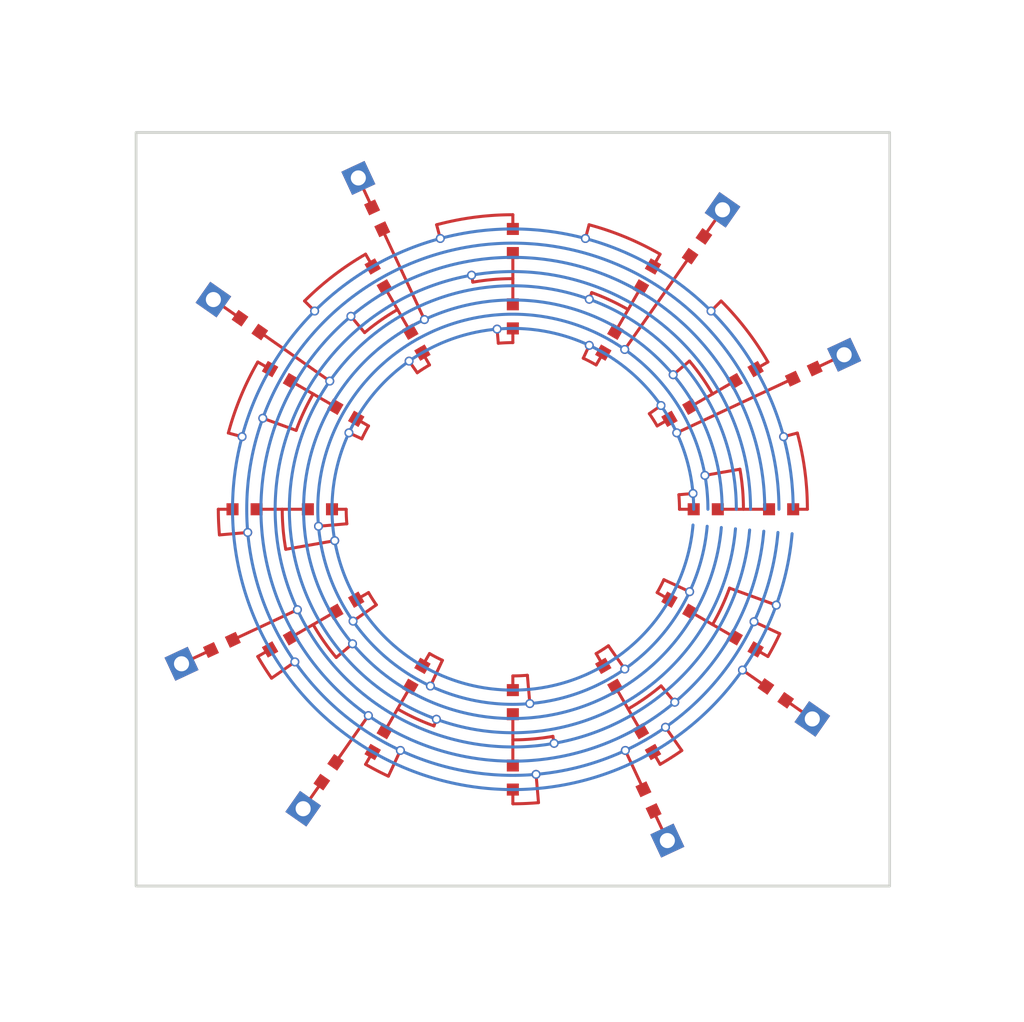
<source format=kicad_pcb>
(kicad_pcb (version 4) (host pcbnew 4.0.7-e2-6376~58~ubuntu16.04.1)

  (general
    (links 0)
    (no_connects 0)
    (area 150 100 180 100)
    (thickness 1.6)
    (drawings 2)
    (tracks 0)
    (zones 0)
    (modules 0)
    (nets 1)
  )

  (page A4)
  (layers
    (0 F.Cu signal)
    (31 B.Cu signal)
    (32 B.Adhes user)
    (33 F.Adhes user)
    (34 B.Paste user)
    (35 F.Paste user)
    (36 B.SilkS user)
    (37 F.SilkS user)
    (38 B.Mask user)
    (39 F.Mask user)
    (40 Dwgs.User user)
    (41 Cmts.User user)
    (42 Eco1.User user)
    (43 Eco2.User user)
    (44 Edge.Cuts user)
    (45 Margin user)
    (46 B.CrtYd user)
    (47 F.CrtYd user)
    (48 B.Fab user)
    (49 F.Fab user)
  )

  (setup
    (last_trace_width 0.25)
    (trace_clearance 0.2)
    (zone_clearance 0.508)
    (zone_45_only no)
    (trace_min 0.2)
    (segment_width 0.2)
    (edge_width 0.15)
    (via_size 0.6)
    (via_drill 0.4)
    (via_min_size 0.4)
    (via_min_drill 0.3)
    (uvia_size 0.3)
    (uvia_drill 0.1)
    (uvias_allowed no)
    (uvia_min_size 0.2)
    (uvia_min_drill 0.1)
    (pcb_text_width 0.3)
    (pcb_text_size 1.5 1.5)
    (mod_edge_width 0.15)
    (mod_text_size 1 1)
    (mod_text_width 0.15)
    (pad_size 1.524 1.524)
    (pad_drill 0.762)
    (pad_to_mask_clearance 0.2)
    (aux_axis_origin 0 0)
    (visible_elements FFFFFF7F)
    (pcbplotparams
      (layerselection 0x00030_80000001)
      (usegerberextensions false)
      (excludeedgelayer true)
      (linewidth 0.150000)
      (plotframeref false)
      (viasonmask false)
      (mode 1)
      (useauxorigin false)
      (hpglpennumber 1)
      (hpglpenspeed 20)
      (hpglpendiameter 15)
      (hpglpenoverlay 2)
      (psnegative false)
      (psa4output false)
      (plotreference true)
      (plotvalue true)
      (plotinvisibletext false)
      (padsonsilk false)
      (subtractmaskfromsilk false)
      (outputformat 1)
      (mirror false)
      (drillshape 1)
      (scaleselection 1)
      (outputdirectory ""))
  )

  (net 0 "")

  (net_class Default "This is the default net class."
    (clearance 0.2)
    (trace_width 0.25)
    (via_dia 0.6)
    (via_drill 0.4)
    (uvia_dia 0.3)
    (uvia_drill 0.1)
  )

  (gr_line (start    159.000    100.000) (end    180.000    100.000) (angle   0.0) (layer F.Fab) (width 0.05))
  (gr_text " 0 0.0" (at    182.000    100.000   0.0) (layer F.Fab)(effects (font (size 0.5 0.5) (thickness 0.1))) )
  (gr_line (start    158.966     99.216) (end    179.886     97.385) (angle   5.0) (layer F.Fab) (width 0.05))
  (gr_text " 1 5.0" (at    181.878     97.211   5.0) (layer F.Fab)(effects (font (size 0.5 0.5) (thickness 0.1))) )
  (gr_line (start    158.863     98.437) (end    179.544     94.791) (angle  10.0) (layer F.Fab) (width 0.05))
  (gr_text " 2 10.0" (at    181.514     94.443  10.0) (layer F.Fab)(effects (font (size 0.5 0.5) (thickness 0.1))) )
  (gr_line (start    158.693     97.671) (end    178.978     92.235) (angle  15.0) (layer F.Fab) (width 0.05))
  (gr_text " 3 15.0" (at    180.910     91.718  15.0) (layer F.Fab)(effects (font (size 0.5 0.5) (thickness 0.1))) )
  (gr_line (start    158.457     96.922) (end    178.191     89.739) (angle  20.0) (layer F.Fab) (width 0.05))
  (gr_text " 4 20.0" (at    180.070     89.055  20.0) (layer F.Fab)(effects (font (size 0.5 0.5) (thickness 0.1))) )
  (gr_line (start    158.157     96.196) (end    177.189     87.321) (angle  25.0) (layer F.Fab) (width 0.05))
  (gr_text " 5 25.0" (at    179.002     86.476  25.0) (layer F.Fab)(effects (font (size 0.5 0.5) (thickness 0.1))) )
  (gr_line (start    157.794     95.500) (end    175.981     85.000) (angle  30.0) (layer F.Fab) (width 0.05))
  (gr_text " 6 30.0" (at    177.713     84.000  30.0) (layer F.Fab)(effects (font (size 0.5 0.5) (thickness 0.1))) )
  (gr_line (start    157.372     94.838) (end    174.575     82.793) (angle  35.0) (layer F.Fab) (width 0.05))
  (gr_text " 7 35.0" (at    176.213     81.646  35.0) (layer F.Fab)(effects (font (size 0.5 0.5) (thickness 0.1))) )
  (gr_line (start    156.894     94.215) (end    172.981     80.716) (angle  40.0) (layer F.Fab) (width 0.05))
  (gr_text " 8 40.0" (at    174.513     79.431  40.0) (layer F.Fab)(effects (font (size 0.5 0.5) (thickness 0.1))) )
  (gr_line (start    156.364     93.636) (end    171.213     78.787) (angle  45.0) (layer F.Fab) (width 0.05))
  (gr_text " 9 45.0" (at    172.627     77.373  45.0) (layer F.Fab)(effects (font (size 0.5 0.5) (thickness 0.1))) )
  (gr_line (start    155.785     93.106) (end    169.284     77.019) (angle  50.0) (layer F.Fab) (width 0.05))
  (gr_text " 10 50.0" (at    170.569     75.487  50.0) (layer F.Fab)(effects (font (size 0.5 0.5) (thickness 0.1))) )
  (gr_line (start    155.162     92.628) (end    167.207     75.425) (angle  55.0) (layer F.Fab) (width 0.05))
  (gr_text " 11 55.0" (at    168.354     73.787  55.0) (layer F.Fab)(effects (font (size 0.5 0.5) (thickness 0.1))) )
  (gr_line (start    154.500     92.206) (end    165.000     74.019) (angle  60.0) (layer F.Fab) (width 0.05))
  (gr_text " 12 60.0" (at    166.000     72.287  60.0) (layer F.Fab)(effects (font (size 0.5 0.5) (thickness 0.1))) )
  (gr_line (start    153.804     91.843) (end    162.679     72.811) (angle  65.0) (layer F.Fab) (width 0.05))
  (gr_text " 13 65.0" (at    163.524     70.998  65.0) (layer F.Fab)(effects (font (size 0.5 0.5) (thickness 0.1))) )
  (gr_line (start    153.078     91.543) (end    160.261     71.809) (angle  70.0) (layer F.Fab) (width 0.05))
  (gr_text " 14 70.0" (at    160.945     69.930  70.0) (layer F.Fab)(effects (font (size 0.5 0.5) (thickness 0.1))) )
  (gr_line (start    152.329     91.307) (end    157.765     71.022) (angle  75.0) (layer F.Fab) (width 0.05))
  (gr_text " 15 75.0" (at    158.282     69.090  75.0) (layer F.Fab)(effects (font (size 0.5 0.5) (thickness 0.1))) )
  (gr_line (start    151.563     91.137) (end    155.209     70.456) (angle  80.0) (layer F.Fab) (width 0.05))
  (gr_text " 16 80.0" (at    155.557     68.486  80.0) (layer F.Fab)(effects (font (size 0.5 0.5) (thickness 0.1))) )
  (gr_line (start    150.784     91.034) (end    152.615     70.114) (angle  85.0) (layer F.Fab) (width 0.05))
  (gr_text " 17 85.0" (at    152.789     68.122  85.0) (layer F.Fab)(effects (font (size 0.5 0.5) (thickness 0.1))) )
  (gr_line (start    150.000     91.000) (end    150.000     70.000) (angle  90.0) (layer F.Fab) (width 0.05))
  (gr_text " 18 90.0" (at    150.000     68.000  90.0) (layer F.Fab)(effects (font (size 0.5 0.5) (thickness 0.1))) )
  (gr_line (start    149.216     91.034) (end    147.385     70.114) (angle  95.0) (layer F.Fab) (width 0.05))
  (gr_text " 19 95.0" (at    147.211     68.122  95.0) (layer F.Fab)(effects (font (size 0.5 0.5) (thickness 0.1))) )
  (gr_line (start    148.437     91.137) (end    144.791     70.456) (angle 100.0) (layer F.Fab) (width 0.05))
  (gr_text " 20 100.0" (at    144.443     68.486 100.0) (layer F.Fab)(effects (font (size 0.5 0.5) (thickness 0.1))) )
  (gr_line (start    147.671     91.307) (end    142.235     71.022) (angle 105.0) (layer F.Fab) (width 0.05))
  (gr_text " 21 105.0" (at    141.718     69.090 105.0) (layer F.Fab)(effects (font (size 0.5 0.5) (thickness 0.1))) )
  (gr_line (start    146.922     91.543) (end    139.739     71.809) (angle 110.0) (layer F.Fab) (width 0.05))
  (gr_text " 22 110.0" (at    139.055     69.930 110.0) (layer F.Fab)(effects (font (size 0.5 0.5) (thickness 0.1))) )
  (gr_line (start    146.196     91.843) (end    137.321     72.811) (angle 115.0) (layer F.Fab) (width 0.05))
  (gr_text " 23 115.0" (at    136.476     70.998 115.0) (layer F.Fab)(effects (font (size 0.5 0.5) (thickness 0.1))) )
  (gr_line (start    145.500     92.206) (end    135.000     74.019) (angle 120.0) (layer F.Fab) (width 0.05))
  (gr_text " 24 120.0" (at    134.000     72.287 120.0) (layer F.Fab)(effects (font (size 0.5 0.5) (thickness 0.1))) )
  (gr_line (start    144.838     92.628) (end    132.793     75.425) (angle 125.0) (layer F.Fab) (width 0.05))
  (gr_text " 25 125.0" (at    131.646     73.787 125.0) (layer F.Fab)(effects (font (size 0.5 0.5) (thickness 0.1))) )
  (gr_line (start    144.215     93.106) (end    130.716     77.019) (angle 130.0) (layer F.Fab) (width 0.05))
  (gr_text " 26 130.0" (at    129.431     75.487 130.0) (layer F.Fab)(effects (font (size 0.5 0.5) (thickness 0.1))) )
  (gr_line (start    143.636     93.636) (end    128.787     78.787) (angle 135.0) (layer F.Fab) (width 0.05))
  (gr_text " 27 135.0" (at    127.373     77.373 135.0) (layer F.Fab)(effects (font (size 0.5 0.5) (thickness 0.1))) )
  (gr_line (start    143.106     94.215) (end    127.019     80.716) (angle 140.0) (layer F.Fab) (width 0.05))
  (gr_text " 28 140.0" (at    125.487     79.431 140.0) (layer F.Fab)(effects (font (size 0.5 0.5) (thickness 0.1))) )
  (gr_line (start    142.628     94.838) (end    125.425     82.793) (angle 145.0) (layer F.Fab) (width 0.05))
  (gr_text " 29 145.0" (at    123.787     81.646 145.0) (layer F.Fab)(effects (font (size 0.5 0.5) (thickness 0.1))) )
  (gr_line (start    142.206     95.500) (end    124.019     85.000) (angle 150.0) (layer F.Fab) (width 0.05))
  (gr_text " 30 150.0" (at    122.287     84.000 150.0) (layer F.Fab)(effects (font (size 0.5 0.5) (thickness 0.1))) )
  (gr_line (start    141.843     96.196) (end    122.811     87.321) (angle 155.0) (layer F.Fab) (width 0.05))
  (gr_text " 31 155.0" (at    120.998     86.476 155.0) (layer F.Fab)(effects (font (size 0.5 0.5) (thickness 0.1))) )
  (gr_line (start    141.543     96.922) (end    121.809     89.739) (angle 160.0) (layer F.Fab) (width 0.05))
  (gr_text " 32 160.0" (at    119.930     89.055 160.0) (layer F.Fab)(effects (font (size 0.5 0.5) (thickness 0.1))) )
  (gr_line (start    141.307     97.671) (end    121.022     92.235) (angle 165.0) (layer F.Fab) (width 0.05))
  (gr_text " 33 165.0" (at    119.090     91.718 165.0) (layer F.Fab)(effects (font (size 0.5 0.5) (thickness 0.1))) )
  (gr_line (start    141.137     98.437) (end    120.456     94.791) (angle 170.0) (layer F.Fab) (width 0.05))
  (gr_text " 34 170.0" (at    118.486     94.443 170.0) (layer F.Fab)(effects (font (size 0.5 0.5) (thickness 0.1))) )
  (gr_line (start    141.034     99.216) (end    120.114     97.385) (angle 175.0) (layer F.Fab) (width 0.05))
  (gr_text " 35 175.0" (at    118.122     97.211 175.0) (layer F.Fab)(effects (font (size 0.5 0.5) (thickness 0.1))) )
  (gr_line (start    141.000    100.000) (end    120.000    100.000) (angle 180.0) (layer F.Fab) (width 0.05))
  (gr_text " 36 180.0" (at    118.000    100.000 180.0) (layer F.Fab)(effects (font (size 0.5 0.5) (thickness 0.1))) )
  (gr_line (start    141.034    100.784) (end    120.114    102.615) (angle 185.0) (layer F.Fab) (width 0.05))
  (gr_text " 37 185.0" (at    118.122    102.789 185.0) (layer F.Fab)(effects (font (size 0.5 0.5) (thickness 0.1))) )
  (gr_line (start    141.137    101.563) (end    120.456    105.209) (angle 190.0) (layer F.Fab) (width 0.05))
  (gr_text " 38 190.0" (at    118.486    105.557 190.0) (layer F.Fab)(effects (font (size 0.5 0.5) (thickness 0.1))) )
  (gr_line (start    141.307    102.329) (end    121.022    107.765) (angle 195.0) (layer F.Fab) (width 0.05))
  (gr_text " 39 195.0" (at    119.090    108.282 195.0) (layer F.Fab)(effects (font (size 0.5 0.5) (thickness 0.1))) )
  (gr_line (start    141.543    103.078) (end    121.809    110.261) (angle 200.0) (layer F.Fab) (width 0.05))
  (gr_text " 40 200.0" (at    119.930    110.945 200.0) (layer F.Fab)(effects (font (size 0.5 0.5) (thickness 0.1))) )
  (gr_line (start    141.843    103.804) (end    122.811    112.679) (angle 205.0) (layer F.Fab) (width 0.05))
  (gr_text " 41 205.0" (at    120.998    113.524 205.0) (layer F.Fab)(effects (font (size 0.5 0.5) (thickness 0.1))) )
  (gr_line (start    142.206    104.500) (end    124.019    115.000) (angle 210.0) (layer F.Fab) (width 0.05))
  (gr_text " 42 210.0" (at    122.287    116.000 210.0) (layer F.Fab)(effects (font (size 0.5 0.5) (thickness 0.1))) )
  (gr_line (start    142.628    105.162) (end    125.425    117.207) (angle 215.0) (layer F.Fab) (width 0.05))
  (gr_text " 43 215.0" (at    123.787    118.354 215.0) (layer F.Fab)(effects (font (size 0.5 0.5) (thickness 0.1))) )
  (gr_line (start    143.106    105.785) (end    127.019    119.284) (angle 220.0) (layer F.Fab) (width 0.05))
  (gr_text " 44 220.0" (at    125.487    120.569 220.0) (layer F.Fab)(effects (font (size 0.5 0.5) (thickness 0.1))) )
  (gr_line (start    143.636    106.364) (end    128.787    121.213) (angle 225.0) (layer F.Fab) (width 0.05))
  (gr_text " 45 225.0" (at    127.373    122.627 225.0) (layer F.Fab)(effects (font (size 0.5 0.5) (thickness 0.1))) )
  (gr_line (start    144.215    106.894) (end    130.716    122.981) (angle 230.0) (layer F.Fab) (width 0.05))
  (gr_text " 46 230.0" (at    129.431    124.513 230.0) (layer F.Fab)(effects (font (size 0.5 0.5) (thickness 0.1))) )
  (gr_line (start    144.838    107.372) (end    132.793    124.575) (angle 235.0) (layer F.Fab) (width 0.05))
  (gr_text " 47 235.0" (at    131.646    126.213 235.0) (layer F.Fab)(effects (font (size 0.5 0.5) (thickness 0.1))) )
  (gr_line (start    145.500    107.794) (end    135.000    125.981) (angle 240.0) (layer F.Fab) (width 0.05))
  (gr_text " 48 240.0" (at    134.000    127.713 240.0) (layer F.Fab)(effects (font (size 0.5 0.5) (thickness 0.1))) )
  (gr_line (start    146.196    108.157) (end    137.321    127.189) (angle 245.0) (layer F.Fab) (width 0.05))
  (gr_text " 49 245.0" (at    136.476    129.002 245.0) (layer F.Fab)(effects (font (size 0.5 0.5) (thickness 0.1))) )
  (gr_line (start    146.922    108.457) (end    139.739    128.191) (angle 250.0) (layer F.Fab) (width 0.05))
  (gr_text " 50 250.0" (at    139.055    130.070 250.0) (layer F.Fab)(effects (font (size 0.5 0.5) (thickness 0.1))) )
  (gr_line (start    147.671    108.693) (end    142.235    128.978) (angle 255.0) (layer F.Fab) (width 0.05))
  (gr_text " 51 255.0" (at    141.718    130.910 255.0) (layer F.Fab)(effects (font (size 0.5 0.5) (thickness 0.1))) )
  (gr_line (start    148.437    108.863) (end    144.791    129.544) (angle 260.0) (layer F.Fab) (width 0.05))
  (gr_text " 52 260.0" (at    144.443    131.514 260.0) (layer F.Fab)(effects (font (size 0.5 0.5) (thickness 0.1))) )
  (gr_line (start    149.216    108.966) (end    147.385    129.886) (angle 265.0) (layer F.Fab) (width 0.05))
  (gr_text " 53 265.0" (at    147.211    131.878 265.0) (layer F.Fab)(effects (font (size 0.5 0.5) (thickness 0.1))) )
  (gr_line (start    150.000    109.000) (end    150.000    130.000) (angle 270.0) (layer F.Fab) (width 0.05))
  (gr_text " 54 270.0" (at    150.000    132.000 270.0) (layer F.Fab)(effects (font (size 0.5 0.5) (thickness 0.1))) )
  (gr_line (start    150.784    108.966) (end    152.615    129.886) (angle 275.0) (layer F.Fab) (width 0.05))
  (gr_text " 55 275.0" (at    152.789    131.878 275.0) (layer F.Fab)(effects (font (size 0.5 0.5) (thickness 0.1))) )
  (gr_line (start    151.563    108.863) (end    155.209    129.544) (angle 280.0) (layer F.Fab) (width 0.05))
  (gr_text " 56 280.0" (at    155.557    131.514 280.0) (layer F.Fab)(effects (font (size 0.5 0.5) (thickness 0.1))) )
  (gr_line (start    152.329    108.693) (end    157.765    128.978) (angle 285.0) (layer F.Fab) (width 0.05))
  (gr_text " 57 285.0" (at    158.282    130.910 285.0) (layer F.Fab)(effects (font (size 0.5 0.5) (thickness 0.1))) )
  (gr_line (start    153.078    108.457) (end    160.261    128.191) (angle 290.0) (layer F.Fab) (width 0.05))
  (gr_text " 58 290.0" (at    160.945    130.070 290.0) (layer F.Fab)(effects (font (size 0.5 0.5) (thickness 0.1))) )
  (gr_line (start    153.804    108.157) (end    162.679    127.189) (angle 295.0) (layer F.Fab) (width 0.05))
  (gr_text " 59 295.0" (at    163.524    129.002 295.0) (layer F.Fab)(effects (font (size 0.5 0.5) (thickness 0.1))) )
  (gr_line (start    154.500    107.794) (end    165.000    125.981) (angle 300.0) (layer F.Fab) (width 0.05))
  (gr_text " 60 300.0" (at    166.000    127.713 300.0) (layer F.Fab)(effects (font (size 0.5 0.5) (thickness 0.1))) )
  (gr_line (start    155.162    107.372) (end    167.207    124.575) (angle 305.0) (layer F.Fab) (width 0.05))
  (gr_text " 61 305.0" (at    168.354    126.213 305.0) (layer F.Fab)(effects (font (size 0.5 0.5) (thickness 0.1))) )
  (gr_line (start    155.785    106.894) (end    169.284    122.981) (angle 310.0) (layer F.Fab) (width 0.05))
  (gr_text " 62 310.0" (at    170.569    124.513 310.0) (layer F.Fab)(effects (font (size 0.5 0.5) (thickness 0.1))) )
  (gr_line (start    156.364    106.364) (end    171.213    121.213) (angle 315.0) (layer F.Fab) (width 0.05))
  (gr_text " 63 315.0" (at    172.627    122.627 315.0) (layer F.Fab)(effects (font (size 0.5 0.5) (thickness 0.1))) )
  (gr_line (start    156.894    105.785) (end    172.981    119.284) (angle 320.0) (layer F.Fab) (width 0.05))
  (gr_text " 64 320.0" (at    174.513    120.569 320.0) (layer F.Fab)(effects (font (size 0.5 0.5) (thickness 0.1))) )
  (gr_line (start    157.372    105.162) (end    174.575    117.207) (angle 325.0) (layer F.Fab) (width 0.05))
  (gr_text " 65 325.0" (at    176.213    118.354 325.0) (layer F.Fab)(effects (font (size 0.5 0.5) (thickness 0.1))) )
  (gr_line (start    157.794    104.500) (end    175.981    115.000) (angle 330.0) (layer F.Fab) (width 0.05))
  (gr_text " 66 330.0" (at    177.713    116.000 330.0) (layer F.Fab)(effects (font (size 0.5 0.5) (thickness 0.1))) )
  (gr_line (start    158.157    103.804) (end    177.189    112.679) (angle 335.0) (layer F.Fab) (width 0.05))
  (gr_text " 67 335.0" (at    179.002    113.524 335.0) (layer F.Fab)(effects (font (size 0.5 0.5) (thickness 0.1))) )
  (gr_line (start    158.457    103.078) (end    178.191    110.261) (angle 340.0) (layer F.Fab) (width 0.05))
  (gr_text " 68 340.0" (at    180.070    110.945 340.0) (layer F.Fab)(effects (font (size 0.5 0.5) (thickness 0.1))) )
  (gr_line (start    158.693    102.329) (end    178.978    107.765) (angle 345.0) (layer F.Fab) (width 0.05))
  (gr_text " 69 345.0" (at    180.910    108.282 345.0) (layer F.Fab)(effects (font (size 0.5 0.5) (thickness 0.1))) )
  (gr_line (start    158.863    101.563) (end    179.544    105.209) (angle 350.0) (layer F.Fab) (width 0.05))
  (gr_text " 70 350.0" (at    181.514    105.557 350.0) (layer F.Fab)(effects (font (size 0.5 0.5) (thickness 0.1))) )
  (gr_line (start    158.966    100.784) (end    179.886    102.615) (angle 355.0) (layer F.Fab) (width 0.05))
  (gr_text " 71 355.0" (at    181.878    102.789 355.0) (layer F.Fab)(effects (font (size 0.5 0.5) (thickness 0.1))) )
  (gr_arc (start 150 100) (end    169.543    100.000) (angle 360) (layer F.Fab) (width 0.05))
  (gr_arc (start 150 100) (end    161.057    100.000) (angle 360) (layer F.Fab) (width 0.05))
  (module hour:hand (layer F.Cu) (tedit 57FE93A5) (tstamp 5AA34834) 
    (at 150 100   0.0)
    (fp_text reference 0 (at     12.000 1 0.0) (layer F.Fab)(effects (font (size 0.5 0.5) (thickness 0.05))))
    (fp_text value     1 (at     13.600 1 0.0) (layer F.Fab)(effects (font (size 0.5 0.5) (thickness 0.05))))
    (descr "0603")
    (attr smd)
    (fp_line (start -0.5 0) (end 0.5 0) (layer F.CrtYd) (width 0.01))
    (fp_line (start 0 -0.5) (end 0 0.5) (layer F.CrtYd) (width 0.01))
    (pad 1 smd rect (at  12.0 0   0.0) (size 0.8 0.8) (layers F.Cu F.Paste F.Mask))
    (pad 2 smd rect (at  13.6 0   0.0) (size 0.8 0.8) (layers F.Cu F.Paste F.Mask))
  )
  (module minute:hand (layer F.Cu) (tedit 57FE93A5) (tstamp 5AA34834) 
    (at 150 100   0.0)
    (fp_text reference 1 (at     17.000 1 0.0) (layer F.Fab)(effects (font (size 0.5 0.5) (thickness 0.05))))
    (fp_text value     7 (at     18.600 1 0.0) (layer F.Fab)(effects (font (size 0.5 0.5) (thickness 0.05))))
    (descr "0603")
    (attr smd)
    (fp_line (start -0.5 0) (end 0.5 0) (layer F.CrtYd) (width 0.01))
    (fp_line (start 0 -0.5) (end 0 0.5) (layer F.CrtYd) (width 0.01))
    (pad 1 smd rect (at  17.0 0   0.0) (size 0.8 0.8) (layers F.Cu F.Paste F.Mask))
    (pad 2 smd rect (at  18.6 0   0.0) (size 0.8 0.8) (layers F.Cu F.Paste F.Mask))
  )
  (module hour:hand (layer F.Cu) (tedit 57FE93A5) (tstamp 5AA34834) 
    (at 150 100  30.0)
    (fp_text reference 0 (at     12.000 1 30.0) (layer F.Fab)(effects (font (size 0.5 0.5) (thickness 0.05))))
    (fp_text value     2 (at     13.600 1 30.0) (layer F.Fab)(effects (font (size 0.5 0.5) (thickness 0.05))))
    (descr "0603")
    (attr smd)
    (fp_line (start -0.5 0) (end 0.5 0) (layer F.CrtYd) (width 0.01))
    (fp_line (start 0 -0.5) (end 0 0.5) (layer F.CrtYd) (width 0.01))
    (pad 1 smd rect (at  12.0 0  30.0) (size 0.8 0.8) (layers F.Cu F.Paste F.Mask))
    (pad 2 smd rect (at  13.6 0  30.0) (size 0.8 0.8) (layers F.Cu F.Paste F.Mask))
  )
  (module minute:hand (layer F.Cu) (tedit 57FE93A5) (tstamp 5AA34834) 
    (at 150 100  30.0)
    (fp_text reference 2 (at     17.000 1 30.0) (layer F.Fab)(effects (font (size 0.5 0.5) (thickness 0.05))))
    (fp_text value     7 (at     18.600 1 30.0) (layer F.Fab)(effects (font (size 0.5 0.5) (thickness 0.05))))
    (descr "0603")
    (attr smd)
    (fp_line (start -0.5 0) (end 0.5 0) (layer F.CrtYd) (width 0.01))
    (fp_line (start 0 -0.5) (end 0 0.5) (layer F.CrtYd) (width 0.01))
    (pad 1 smd rect (at  17.0 0  30.0) (size 0.8 0.8) (layers F.Cu F.Paste F.Mask))
    (pad 2 smd rect (at  18.6 0  30.0) (size 0.8 0.8) (layers F.Cu F.Paste F.Mask))
  )
  (module hour:hand (layer F.Cu) (tedit 57FE93A5) (tstamp 5AA34834) 
    (at 150 100  60.0)
    (fp_text reference 0 (at     12.000 1 60.0) (layer F.Fab)(effects (font (size 0.5 0.5) (thickness 0.05))))
    (fp_text value     3 (at     13.600 1 60.0) (layer F.Fab)(effects (font (size 0.5 0.5) (thickness 0.05))))
    (descr "0603")
    (attr smd)
    (fp_line (start -0.5 0) (end 0.5 0) (layer F.CrtYd) (width 0.01))
    (fp_line (start 0 -0.5) (end 0 0.5) (layer F.CrtYd) (width 0.01))
    (pad 1 smd rect (at  12.0 0  60.0) (size 0.8 0.8) (layers F.Cu F.Paste F.Mask))
    (pad 2 smd rect (at  13.6 0  60.0) (size 0.8 0.8) (layers F.Cu F.Paste F.Mask))
  )
  (module minute:hand (layer F.Cu) (tedit 57FE93A5) (tstamp 5AA34834) 
    (at 150 100  60.0)
    (fp_text reference 3 (at     17.000 1 60.0) (layer F.Fab)(effects (font (size 0.5 0.5) (thickness 0.05))))
    (fp_text value     7 (at     18.600 1 60.0) (layer F.Fab)(effects (font (size 0.5 0.5) (thickness 0.05))))
    (descr "0603")
    (attr smd)
    (fp_line (start -0.5 0) (end 0.5 0) (layer F.CrtYd) (width 0.01))
    (fp_line (start 0 -0.5) (end 0 0.5) (layer F.CrtYd) (width 0.01))
    (pad 1 smd rect (at  17.0 0  60.0) (size 0.8 0.8) (layers F.Cu F.Paste F.Mask))
    (pad 2 smd rect (at  18.6 0  60.0) (size 0.8 0.8) (layers F.Cu F.Paste F.Mask))
  )
  (module hour:hand (layer F.Cu) (tedit 57FE93A5) (tstamp 5AA34834) 
    (at 150 100  90.0)
    (fp_text reference 0 (at     12.000 1 90.0) (layer F.Fab)(effects (font (size 0.5 0.5) (thickness 0.05))))
    (fp_text value     4 (at     13.600 1 90.0) (layer F.Fab)(effects (font (size 0.5 0.5) (thickness 0.05))))
    (descr "0603")
    (attr smd)
    (fp_line (start -0.5 0) (end 0.5 0) (layer F.CrtYd) (width 0.01))
    (fp_line (start 0 -0.5) (end 0 0.5) (layer F.CrtYd) (width 0.01))
    (pad 1 smd rect (at  12.0 0  90.0) (size 0.8 0.8) (layers F.Cu F.Paste F.Mask))
    (pad 2 smd rect (at  13.6 0  90.0) (size 0.8 0.8) (layers F.Cu F.Paste F.Mask))
  )
  (module minute:hand (layer F.Cu) (tedit 57FE93A5) (tstamp 5AA34834) 
    (at 150 100  90.0)
    (fp_text reference 4 (at     17.000 1 90.0) (layer F.Fab)(effects (font (size 0.5 0.5) (thickness 0.05))))
    (fp_text value     7 (at     18.600 1 90.0) (layer F.Fab)(effects (font (size 0.5 0.5) (thickness 0.05))))
    (descr "0603")
    (attr smd)
    (fp_line (start -0.5 0) (end 0.5 0) (layer F.CrtYd) (width 0.01))
    (fp_line (start 0 -0.5) (end 0 0.5) (layer F.CrtYd) (width 0.01))
    (pad 1 smd rect (at  17.0 0  90.0) (size 0.8 0.8) (layers F.Cu F.Paste F.Mask))
    (pad 2 smd rect (at  18.6 0  90.0) (size 0.8 0.8) (layers F.Cu F.Paste F.Mask))
  )
  (module hour:hand (layer F.Cu) (tedit 57FE93A5) (tstamp 5AA34834) 
    (at 150 100 120.0)
    (fp_text reference 0 (at     12.000 1 120.0) (layer F.Fab)(effects (font (size 0.5 0.5) (thickness 0.05))))
    (fp_text value     5 (at     13.600 1 120.0) (layer F.Fab)(effects (font (size 0.5 0.5) (thickness 0.05))))
    (descr "0603")
    (attr smd)
    (fp_line (start -0.5 0) (end 0.5 0) (layer F.CrtYd) (width 0.01))
    (fp_line (start 0 -0.5) (end 0 0.5) (layer F.CrtYd) (width 0.01))
    (pad 1 smd rect (at  12.0 0 120.0) (size 0.8 0.8) (layers F.Cu F.Paste F.Mask))
    (pad 2 smd rect (at  13.6 0 120.0) (size 0.8 0.8) (layers F.Cu F.Paste F.Mask))
  )
  (module minute:hand (layer F.Cu) (tedit 57FE93A5) (tstamp 5AA34834) 
    (at 150 100 120.0)
    (fp_text reference 5 (at     17.000 1 120.0) (layer F.Fab)(effects (font (size 0.5 0.5) (thickness 0.05))))
    (fp_text value     7 (at     18.600 1 120.0) (layer F.Fab)(effects (font (size 0.5 0.5) (thickness 0.05))))
    (descr "0603")
    (attr smd)
    (fp_line (start -0.5 0) (end 0.5 0) (layer F.CrtYd) (width 0.01))
    (fp_line (start 0 -0.5) (end 0 0.5) (layer F.CrtYd) (width 0.01))
    (pad 1 smd rect (at  17.0 0 120.0) (size 0.8 0.8) (layers F.Cu F.Paste F.Mask))
    (pad 2 smd rect (at  18.6 0 120.0) (size 0.8 0.8) (layers F.Cu F.Paste F.Mask))
  )
  (module hour:hand (layer F.Cu) (tedit 57FE93A5) (tstamp 5AA34834) 
    (at 150 100 150.0)
    (fp_text reference 0 (at     12.000 1 150.0) (layer F.Fab)(effects (font (size 0.5 0.5) (thickness 0.05))))
    (fp_text value     6 (at     13.600 1 150.0) (layer F.Fab)(effects (font (size 0.5 0.5) (thickness 0.05))))
    (descr "0603")
    (attr smd)
    (fp_line (start -0.5 0) (end 0.5 0) (layer F.CrtYd) (width 0.01))
    (fp_line (start 0 -0.5) (end 0 0.5) (layer F.CrtYd) (width 0.01))
    (pad 1 smd rect (at  12.0 0 150.0) (size 0.8 0.8) (layers F.Cu F.Paste F.Mask))
    (pad 2 smd rect (at  13.6 0 150.0) (size 0.8 0.8) (layers F.Cu F.Paste F.Mask))
  )
  (module minute:hand (layer F.Cu) (tedit 57FE93A5) (tstamp 5AA34834) 
    (at 150 100 150.0)
    (fp_text reference 6 (at     17.000 1 150.0) (layer F.Fab)(effects (font (size 0.5 0.5) (thickness 0.05))))
    (fp_text value     7 (at     18.600 1 150.0) (layer F.Fab)(effects (font (size 0.5 0.5) (thickness 0.05))))
    (descr "0603")
    (attr smd)
    (fp_line (start -0.5 0) (end 0.5 0) (layer F.CrtYd) (width 0.01))
    (fp_line (start 0 -0.5) (end 0 0.5) (layer F.CrtYd) (width 0.01))
    (pad 1 smd rect (at  17.0 0 150.0) (size 0.8 0.8) (layers F.Cu F.Paste F.Mask))
    (pad 2 smd rect (at  18.6 0 150.0) (size 0.8 0.8) (layers F.Cu F.Paste F.Mask))
  )
  (module hour:hand (layer F.Cu) (tedit 57FE93A5) (tstamp 5AA34834) 
    (at 150 100 180.0)
    (fp_text reference 1 (at     12.000 1 180.0) (layer F.Fab)(effects (font (size 0.5 0.5) (thickness 0.05))))
    (fp_text value     0 (at     13.600 1 180.0) (layer F.Fab)(effects (font (size 0.5 0.5) (thickness 0.05))))
    (descr "0603")
    (attr smd)
    (fp_line (start -0.5 0) (end 0.5 0) (layer F.CrtYd) (width 0.01))
    (fp_line (start 0 -0.5) (end 0 0.5) (layer F.CrtYd) (width 0.01))
    (pad 1 smd rect (at  12.0 0 180.0) (size 0.8 0.8) (layers F.Cu F.Paste F.Mask))
    (pad 2 smd rect (at  13.6 0 180.0) (size 0.8 0.8) (layers F.Cu F.Paste F.Mask))
  )
  (module minute:hand (layer F.Cu) (tedit 57FE93A5) (tstamp 5AA34834) 
    (at 150 100 180.0)
    (fp_text reference 0 (at     17.000 1 180.0) (layer F.Fab)(effects (font (size 0.5 0.5) (thickness 0.05))))
    (fp_text value     6 (at     18.600 1 180.0) (layer F.Fab)(effects (font (size 0.5 0.5) (thickness 0.05))))
    (descr "0603")
    (attr smd)
    (fp_line (start -0.5 0) (end 0.5 0) (layer F.CrtYd) (width 0.01))
    (fp_line (start 0 -0.5) (end 0 0.5) (layer F.CrtYd) (width 0.01))
    (pad 1 smd rect (at  17.0 0 180.0) (size 0.8 0.8) (layers F.Cu F.Paste F.Mask))
    (pad 2 smd rect (at  18.6 0 180.0) (size 0.8 0.8) (layers F.Cu F.Paste F.Mask))
  )
  (module hour:hand (layer F.Cu) (tedit 57FE93A5) (tstamp 5AA34834) 
    (at 150 100 210.0)
    (fp_text reference 1 (at     12.000 1 210.0) (layer F.Fab)(effects (font (size 0.5 0.5) (thickness 0.05))))
    (fp_text value     2 (at     13.600 1 210.0) (layer F.Fab)(effects (font (size 0.5 0.5) (thickness 0.05))))
    (descr "0603")
    (attr smd)
    (fp_line (start -0.5 0) (end 0.5 0) (layer F.CrtYd) (width 0.01))
    (fp_line (start 0 -0.5) (end 0 0.5) (layer F.CrtYd) (width 0.01))
    (pad 1 smd rect (at  12.0 0 210.0) (size 0.8 0.8) (layers F.Cu F.Paste F.Mask))
    (pad 2 smd rect (at  13.6 0 210.0) (size 0.8 0.8) (layers F.Cu F.Paste F.Mask))
  )
  (module minute:hand (layer F.Cu) (tedit 57FE93A5) (tstamp 5AA34834) 
    (at 150 100 210.0)
    (fp_text reference 2 (at     17.000 1 210.0) (layer F.Fab)(effects (font (size 0.5 0.5) (thickness 0.05))))
    (fp_text value     6 (at     18.600 1 210.0) (layer F.Fab)(effects (font (size 0.5 0.5) (thickness 0.05))))
    (descr "0603")
    (attr smd)
    (fp_line (start -0.5 0) (end 0.5 0) (layer F.CrtYd) (width 0.01))
    (fp_line (start 0 -0.5) (end 0 0.5) (layer F.CrtYd) (width 0.01))
    (pad 1 smd rect (at  17.0 0 210.0) (size 0.8 0.8) (layers F.Cu F.Paste F.Mask))
    (pad 2 smd rect (at  18.6 0 210.0) (size 0.8 0.8) (layers F.Cu F.Paste F.Mask))
  )
  (module hour:hand (layer F.Cu) (tedit 57FE93A5) (tstamp 5AA34834) 
    (at 150 100 240.0)
    (fp_text reference 1 (at     12.000 1 240.0) (layer F.Fab)(effects (font (size 0.5 0.5) (thickness 0.05))))
    (fp_text value     3 (at     13.600 1 240.0) (layer F.Fab)(effects (font (size 0.5 0.5) (thickness 0.05))))
    (descr "0603")
    (attr smd)
    (fp_line (start -0.5 0) (end 0.5 0) (layer F.CrtYd) (width 0.01))
    (fp_line (start 0 -0.5) (end 0 0.5) (layer F.CrtYd) (width 0.01))
    (pad 1 smd rect (at  12.0 0 240.0) (size 0.8 0.8) (layers F.Cu F.Paste F.Mask))
    (pad 2 smd rect (at  13.6 0 240.0) (size 0.8 0.8) (layers F.Cu F.Paste F.Mask))
  )
  (module minute:hand (layer F.Cu) (tedit 57FE93A5) (tstamp 5AA34834) 
    (at 150 100 240.0)
    (fp_text reference 3 (at     17.000 1 240.0) (layer F.Fab)(effects (font (size 0.5 0.5) (thickness 0.05))))
    (fp_text value     6 (at     18.600 1 240.0) (layer F.Fab)(effects (font (size 0.5 0.5) (thickness 0.05))))
    (descr "0603")
    (attr smd)
    (fp_line (start -0.5 0) (end 0.5 0) (layer F.CrtYd) (width 0.01))
    (fp_line (start 0 -0.5) (end 0 0.5) (layer F.CrtYd) (width 0.01))
    (pad 1 smd rect (at  17.0 0 240.0) (size 0.8 0.8) (layers F.Cu F.Paste F.Mask))
    (pad 2 smd rect (at  18.6 0 240.0) (size 0.8 0.8) (layers F.Cu F.Paste F.Mask))
  )
  (module hour:hand (layer F.Cu) (tedit 57FE93A5) (tstamp 5AA34834) 
    (at 150 100 270.0)
    (fp_text reference 1 (at     12.000 1 270.0) (layer F.Fab)(effects (font (size 0.5 0.5) (thickness 0.05))))
    (fp_text value     4 (at     13.600 1 270.0) (layer F.Fab)(effects (font (size 0.5 0.5) (thickness 0.05))))
    (descr "0603")
    (attr smd)
    (fp_line (start -0.5 0) (end 0.5 0) (layer F.CrtYd) (width 0.01))
    (fp_line (start 0 -0.5) (end 0 0.5) (layer F.CrtYd) (width 0.01))
    (pad 1 smd rect (at  12.0 0 270.0) (size 0.8 0.8) (layers F.Cu F.Paste F.Mask))
    (pad 2 smd rect (at  13.6 0 270.0) (size 0.8 0.8) (layers F.Cu F.Paste F.Mask))
  )
  (module minute:hand (layer F.Cu) (tedit 57FE93A5) (tstamp 5AA34834) 
    (at 150 100 270.0)
    (fp_text reference 4 (at     17.000 1 270.0) (layer F.Fab)(effects (font (size 0.5 0.5) (thickness 0.05))))
    (fp_text value     6 (at     18.600 1 270.0) (layer F.Fab)(effects (font (size 0.5 0.5) (thickness 0.05))))
    (descr "0603")
    (attr smd)
    (fp_line (start -0.5 0) (end 0.5 0) (layer F.CrtYd) (width 0.01))
    (fp_line (start 0 -0.5) (end 0 0.5) (layer F.CrtYd) (width 0.01))
    (pad 1 smd rect (at  17.0 0 270.0) (size 0.8 0.8) (layers F.Cu F.Paste F.Mask))
    (pad 2 smd rect (at  18.6 0 270.0) (size 0.8 0.8) (layers F.Cu F.Paste F.Mask))
  )
  (module hour:hand (layer F.Cu) (tedit 57FE93A5) (tstamp 5AA34834) 
    (at 150 100 300.0)
    (fp_text reference 1 (at     12.000 1 300.0) (layer F.Fab)(effects (font (size 0.5 0.5) (thickness 0.05))))
    (fp_text value     5 (at     13.600 1 300.0) (layer F.Fab)(effects (font (size 0.5 0.5) (thickness 0.05))))
    (descr "0603")
    (attr smd)
    (fp_line (start -0.5 0) (end 0.5 0) (layer F.CrtYd) (width 0.01))
    (fp_line (start 0 -0.5) (end 0 0.5) (layer F.CrtYd) (width 0.01))
    (pad 1 smd rect (at  12.0 0 300.0) (size 0.8 0.8) (layers F.Cu F.Paste F.Mask))
    (pad 2 smd rect (at  13.6 0 300.0) (size 0.8 0.8) (layers F.Cu F.Paste F.Mask))
  )
  (module minute:hand (layer F.Cu) (tedit 57FE93A5) (tstamp 5AA34834) 
    (at 150 100 300.0)
    (fp_text reference 5 (at     17.000 1 300.0) (layer F.Fab)(effects (font (size 0.5 0.5) (thickness 0.05))))
    (fp_text value     6 (at     18.600 1 300.0) (layer F.Fab)(effects (font (size 0.5 0.5) (thickness 0.05))))
    (descr "0603")
    (attr smd)
    (fp_line (start -0.5 0) (end 0.5 0) (layer F.CrtYd) (width 0.01))
    (fp_line (start 0 -0.5) (end 0 0.5) (layer F.CrtYd) (width 0.01))
    (pad 1 smd rect (at  17.0 0 300.0) (size 0.8 0.8) (layers F.Cu F.Paste F.Mask))
    (pad 2 smd rect (at  18.6 0 300.0) (size 0.8 0.8) (layers F.Cu F.Paste F.Mask))
  )
  (module hour:hand (layer F.Cu) (tedit 57FE93A5) (tstamp 5AA34834) 
    (at 150 100 330.0)
    (fp_text reference 1 (at     12.000 1 330.0) (layer F.Fab)(effects (font (size 0.5 0.5) (thickness 0.05))))
    (fp_text value     7 (at     13.600 1 330.0) (layer F.Fab)(effects (font (size 0.5 0.5) (thickness 0.05))))
    (descr "0603")
    (attr smd)
    (fp_line (start -0.5 0) (end 0.5 0) (layer F.CrtYd) (width 0.01))
    (fp_line (start 0 -0.5) (end 0 0.5) (layer F.CrtYd) (width 0.01))
    (pad 1 smd rect (at  12.0 0 330.0) (size 0.8 0.8) (layers F.Cu F.Paste F.Mask))
    (pad 2 smd rect (at  13.6 0 330.0) (size 0.8 0.8) (layers F.Cu F.Paste F.Mask))
  )
  (module minute:hand (layer F.Cu) (tedit 57FE93A5) (tstamp 5AA34834) 
    (at 150 100 330.0)
    (fp_text reference 7 (at     17.000 1 330.0) (layer F.Fab)(effects (font (size 0.5 0.5) (thickness 0.05))))
    (fp_text value     6 (at     18.600 1 330.0) (layer F.Fab)(effects (font (size 0.5 0.5) (thickness 0.05))))
    (descr "0603")
    (attr smd)
    (fp_line (start -0.5 0) (end 0.5 0) (layer F.CrtYd) (width 0.01))
    (fp_line (start 0 -0.5) (end 0 0.5) (layer F.CrtYd) (width 0.01))
    (pad 1 smd rect (at  17.0 0 330.0) (size 0.8 0.8) (layers F.Cu F.Paste F.Mask))
    (pad 2 smd rect (at  18.6 0 330.0) (size 0.8 0.8) (layers F.Cu F.Paste F.Mask))
  )
  (segment (start    163.600    100.000) (end    167.000    100.000) (width 0.2) (layer F.Cu) (net 0))
  (segment (start    161.778     93.200) (end    164.722     91.500) (width 0.2) (layer F.Cu) (net 0))
  (segment (start    156.800     88.222) (end    158.500     85.278) (width 0.2) (layer F.Cu) (net 0))
  (segment (start    150.000     86.400) (end    150.000     83.000) (width 0.2) (layer F.Cu) (net 0))
  (segment (start    143.200     88.222) (end    141.500     85.278) (width 0.2) (layer F.Cu) (net 0))
  (segment (start    138.222     93.200) (end    135.278     91.500) (width 0.2) (layer F.Cu) (net 0))
  (segment (start    136.400    100.000) (end    133.000    100.000) (width 0.2) (layer F.Cu) (net 0))
  (segment (start    138.222    106.800) (end    135.278    108.500) (width 0.2) (layer F.Cu) (net 0))
  (segment (start    143.200    111.778) (end    141.500    114.722) (width 0.2) (layer F.Cu) (net 0))
  (segment (start    150.000    113.600) (end    150.000    117.000) (width 0.2) (layer F.Cu) (net 0))
  (segment (start    156.800    111.778) (end    158.500    114.722) (width 0.2) (layer F.Cu) (net 0))
  (segment (start    161.778    106.800) (end    164.722    108.500) (width 0.2) (layer F.Cu) (net 0))
  (gr_arc (start 150 100) (end    161.954    101.046) (angle    355.000) (layer B.Cu) (width 0.2))
  (gr_arc (start 150 100) (end    162.894    101.128) (angle    355.000) (layer B.Cu) (width 0.2))
  (gr_arc (start 150 100) (end    163.833    101.210) (angle    355.000) (layer B.Cu) (width 0.2))
  (gr_arc (start 150 100) (end    164.772    101.292) (angle    355.000) (layer B.Cu) (width 0.2))
  (gr_arc (start 150 100) (end    165.711    101.375) (angle    355.000) (layer B.Cu) (width 0.2))
  (gr_arc (start 150 100) (end    166.651    101.457) (angle    355.000) (layer B.Cu) (width 0.2))
  (gr_arc (start 150 100) (end    167.590    101.539) (angle    355.000) (layer B.Cu) (width 0.2))
  (gr_arc (start 150 100) (end    168.529    101.621) (angle    355.000) (layer B.Cu) (width 0.2))
  (segment (start    162.000    100.000) (end    161.057    100.000) (width 0.2) (layer F.Cu) (net 0))
  (gr_arc (start 150 100) (end    161.015     99.036) (angle      5.000) (layer F.Cu) (width 0.2))
  (segment (start    161.015     99.036) (end    161.954     98.954) (width 0.2) (layer F.Cu) (net 0))
  (via (at    161.954     98.954) (size 0.6) (drill 0.4) (layers F.Cu B.Cu) (net 0))
  (segment (start    160.392     94.000) (end    159.576     94.471) (width 0.2) (layer F.Cu) (net 0))
  (gr_arc (start 150 100) (end    159.057     93.658) (angle      5.000) (layer F.Cu) (width 0.2))
  (segment (start    159.057     93.658) (end    159.830     93.117) (width 0.2) (layer F.Cu) (net 0))
  (via (at    159.830     93.117) (size 0.6) (drill 0.4) (layers F.Cu B.Cu) (net 0))
  (segment (start    156.000     89.608) (end    155.529     90.424) (width 0.2) (layer F.Cu) (net 0))
  (gr_arc (start 150 100) (end    154.673     89.979) (angle      5.000) (layer F.Cu) (width 0.2))
  (segment (start    154.673     89.979) (end    155.071     89.124) (width 0.2) (layer F.Cu) (net 0))
  (via (at    155.071     89.124) (size 0.6) (drill 0.4) (layers F.Cu B.Cu) (net 0))
  (segment (start    150.000     88.000) (end    150.000     88.943) (width 0.2) (layer F.Cu) (net 0))
  (gr_arc (start 150 100) (end    149.036     88.985) (angle      5.000) (layer F.Cu) (width 0.2))
  (segment (start    149.036     88.985) (end    148.954     88.046) (width 0.2) (layer F.Cu) (net 0))
  (via (at    148.954     88.046) (size 0.6) (drill 0.4) (layers F.Cu B.Cu) (net 0))
  (segment (start    144.000     89.608) (end    144.471     90.424) (width 0.2) (layer F.Cu) (net 0))
  (gr_arc (start 150 100) (end    143.658     90.943) (angle      5.000) (layer F.Cu) (width 0.2))
  (segment (start    143.658     90.943) (end    143.117     90.170) (width 0.2) (layer F.Cu) (net 0))
  (via (at    143.117     90.170) (size 0.6) (drill 0.4) (layers F.Cu B.Cu) (net 0))
  (segment (start    139.608     94.000) (end    140.424     94.471) (width 0.2) (layer F.Cu) (net 0))
  (gr_arc (start 150 100) (end    139.979     95.327) (angle      5.000) (layer F.Cu) (width 0.2))
  (segment (start    139.979     95.327) (end    139.124     94.929) (width 0.2) (layer F.Cu) (net 0))
  (via (at    139.124     94.929) (size 0.6) (drill 0.4) (layers F.Cu B.Cu) (net 0))
  (segment (start    138.000    100.000) (end    138.943    100.000) (width 0.2) (layer F.Cu) (net 0))
  (gr_arc (start 150 100) (end    138.985    100.964) (angle      5.000) (layer F.Cu) (width 0.2))
  (segment (start    138.985    100.964) (end    137.106    101.128) (width 0.2) (layer F.Cu) (net 0))
  (via (at    137.106    101.128) (size 0.6) (drill 0.4) (layers F.Cu B.Cu) (net 0))
  (segment (start    139.608    106.000) (end    140.424    105.529) (width 0.2) (layer F.Cu) (net 0))
  (gr_arc (start 150 100) (end    140.943    106.342) (angle      5.000) (layer F.Cu) (width 0.2))
  (segment (start    140.943    106.342) (end    139.398    107.424) (width 0.2) (layer F.Cu) (net 0))
  (via (at    139.398    107.424) (size 0.6) (drill 0.4) (layers F.Cu B.Cu) (net 0))
  (segment (start    144.000    110.392) (end    144.471    109.576) (width 0.2) (layer F.Cu) (net 0))
  (gr_arc (start 150 100) (end    145.327    110.021) (angle      5.000) (layer F.Cu) (width 0.2))
  (segment (start    145.327    110.021) (end    144.530    111.730) (width 0.2) (layer F.Cu) (net 0))
  (via (at    144.530    111.730) (size 0.6) (drill 0.4) (layers F.Cu B.Cu) (net 0))
  (segment (start    150.000    112.000) (end    150.000    111.057) (width 0.2) (layer F.Cu) (net 0))
  (gr_arc (start 150 100) (end    150.964    111.015) (angle      5.000) (layer F.Cu) (width 0.2))
  (segment (start    150.964    111.015) (end    151.128    112.894) (width 0.2) (layer F.Cu) (net 0))
  (via (at    151.128    112.894) (size 0.6) (drill 0.4) (layers F.Cu B.Cu) (net 0))
  (segment (start    156.000    110.392) (end    155.529    109.576) (width 0.2) (layer F.Cu) (net 0))
  (gr_arc (start 150 100) (end    156.342    109.057) (angle      5.000) (layer F.Cu) (width 0.2))
  (segment (start    156.342    109.057) (end    157.424    110.602) (width 0.2) (layer F.Cu) (net 0))
  (via (at    157.424    110.602) (size 0.6) (drill 0.4) (layers F.Cu B.Cu) (net 0))
  (segment (start    160.392    106.000) (end    159.576    105.529) (width 0.2) (layer F.Cu) (net 0))
  (gr_arc (start 150 100) (end    160.021    104.673) (angle      5.000) (layer F.Cu) (width 0.2))
  (segment (start    160.021    104.673) (end    161.730    105.470) (width 0.2) (layer F.Cu) (net 0))
  (via (at    161.730    105.470) (size 0.6) (drill 0.4) (layers F.Cu B.Cu) (net 0))
  (segment (start    168.600    100.000) (end    169.543    100.000) (width 0.2) (layer F.Cu) (net 0))
  (gr_arc (start 150 100) (end    168.877     94.942) (angle     15.000) (layer F.Cu) (width 0.2))
  (segment (start    168.877     94.942) (end    167.966     95.186) (width 0.2) (layer F.Cu) (net 0))
  (via (at    167.966     95.186) (size 0.6) (drill 0.4) (layers F.Cu B.Cu) (net 0))
  (segment (start    166.108     90.700) (end    166.925     90.229) (width 0.2) (layer F.Cu) (net 0))
  (gr_arc (start 150 100) (end    163.819     86.181) (angle     15.000) (layer F.Cu) (width 0.2))
  (segment (start    163.819     86.181) (end    163.152     86.848) (width 0.2) (layer F.Cu) (net 0))
  (via (at    163.152     86.848) (size 0.6) (drill 0.4) (layers F.Cu B.Cu) (net 0))
  (segment (start    159.300     83.892) (end    159.771     83.075) (width 0.2) (layer F.Cu) (net 0))
  (gr_arc (start 150 100) (end    155.058     81.123) (angle     15.000) (layer F.Cu) (width 0.2))
  (segment (start    155.058     81.123) (end    154.814     82.034) (width 0.2) (layer F.Cu) (net 0))
  (via (at    154.814     82.034) (size 0.6) (drill 0.4) (layers F.Cu B.Cu) (net 0))
  (segment (start    150.000     81.400) (end    150.000     80.457) (width 0.2) (layer F.Cu) (net 0))
  (gr_arc (start 150 100) (end    144.942     81.123) (angle     15.000) (layer F.Cu) (width 0.2))
  (segment (start    144.942     81.123) (end    145.186     82.034) (width 0.2) (layer F.Cu) (net 0))
  (via (at    145.186     82.034) (size 0.6) (drill 0.4) (layers F.Cu B.Cu) (net 0))
  (segment (start    140.700     83.892) (end    140.229     83.075) (width 0.2) (layer F.Cu) (net 0))
  (gr_arc (start 150 100) (end    136.181     86.181) (angle     15.000) (layer F.Cu) (width 0.2))
  (segment (start    136.181     86.181) (end    136.848     86.848) (width 0.2) (layer F.Cu) (net 0))
  (via (at    136.848     86.848) (size 0.6) (drill 0.4) (layers F.Cu B.Cu) (net 0))
  (segment (start    133.892     90.700) (end    133.075     90.229) (width 0.2) (layer F.Cu) (net 0))
  (gr_arc (start 150 100) (end    131.123     94.942) (angle     15.000) (layer F.Cu) (width 0.2))
  (segment (start    131.123     94.942) (end    132.034     95.186) (width 0.2) (layer F.Cu) (net 0))
  (via (at    132.034     95.186) (size 0.6) (drill 0.4) (layers F.Cu B.Cu) (net 0))
  (segment (start    131.400    100.000) (end    130.457    100.000) (width 0.2) (layer F.Cu) (net 0))
  (gr_arc (start 150 100) (end    130.532    101.703) (angle      5.000) (layer F.Cu) (width 0.2))
  (segment (start    130.532    101.703) (end    132.410    101.539) (width 0.2) (layer F.Cu) (net 0))
  (via (at    132.410    101.539) (size 0.6) (drill 0.4) (layers F.Cu B.Cu) (net 0))
  (segment (start    133.892    109.300) (end    133.075    109.771) (width 0.2) (layer F.Cu) (net 0))
  (gr_arc (start 150 100) (end    133.991    111.209) (angle      5.000) (layer F.Cu) (width 0.2))
  (segment (start    133.991    111.209) (end    135.536    110.128) (width 0.2) (layer F.Cu) (net 0))
  (via (at    135.536    110.128) (size 0.6) (drill 0.4) (layers F.Cu B.Cu) (net 0))
  (segment (start    140.700    116.108) (end    140.229    116.925) (width 0.2) (layer F.Cu) (net 0))
  (gr_arc (start 150 100) (end    141.741    117.712) (angle      5.000) (layer F.Cu) (width 0.2))
  (segment (start    141.741    117.712) (end    142.538    116.003) (width 0.2) (layer F.Cu) (net 0))
  (via (at    142.538    116.003) (size 0.6) (drill 0.4) (layers F.Cu B.Cu) (net 0))
  (segment (start    150.000    118.600) (end    150.000    119.543) (width 0.2) (layer F.Cu) (net 0))
  (gr_arc (start 150 100) (end    151.703    119.468) (angle      5.000) (layer F.Cu) (width 0.2))
  (segment (start    151.703    119.468) (end    151.539    117.590) (width 0.2) (layer F.Cu) (net 0))
  (via (at    151.539    117.590) (size 0.6) (drill 0.4) (layers F.Cu B.Cu) (net 0))
  (segment (start    159.300    116.108) (end    159.771    116.925) (width 0.2) (layer F.Cu) (net 0))
  (gr_arc (start 150 100) (end    161.209    116.009) (angle      5.000) (layer F.Cu) (width 0.2))
  (segment (start    161.209    116.009) (end    160.128    114.464) (width 0.2) (layer F.Cu) (net 0))
  (via (at    160.128    114.464) (size 0.6) (drill 0.4) (layers F.Cu B.Cu) (net 0))
  (segment (start    166.108    109.300) (end    166.925    109.771) (width 0.2) (layer F.Cu) (net 0))
  (gr_arc (start 150 100) (end    167.712    108.259) (angle      5.000) (layer F.Cu) (width 0.2))
  (segment (start    167.712    108.259) (end    166.003    107.462) (width 0.2) (layer F.Cu) (net 0))
  (via (at    166.003    107.462) (size 0.6) (drill 0.4) (layers F.Cu B.Cu) (net 0))
  (gr_arc (start 150 100) (end    165.068     97.343) (angle     10.000) (layer F.Cu) (width 0.2))
  (segment (start    165.068     97.343) (end    162.746     97.752) (width 0.2) (layer F.Cu) (net 0))
  (via (at    162.746     97.752) (size 0.6) (drill 0.4) (layers F.Cu B.Cu) (net 0))
  (gr_arc (start 150 100) (end    161.720     90.165) (angle     10.000) (layer F.Cu) (width 0.2))
  (segment (start    161.720     90.165) (end    160.637     91.074) (width 0.2) (layer F.Cu) (net 0))
  (via (at    160.637     91.074) (size 0.6) (drill 0.4) (layers F.Cu B.Cu) (net 0))
  (gr_arc (start 150 100) (end    155.233     85.623) (angle     10.000) (layer F.Cu) (width 0.2))
  (segment (start    155.233     85.623) (end    155.072     86.066) (width 0.2) (layer F.Cu) (net 0))
  (via (at    155.072     86.066) (size 0.6) (drill 0.4) (layers F.Cu B.Cu) (net 0))
  (gr_arc (start 150 100) (end    147.343     84.932) (angle     10.000) (layer F.Cu) (width 0.2))
  (segment (start    147.343     84.932) (end    147.261     84.468) (width 0.2) (layer F.Cu) (net 0))
  (via (at    147.261     84.468) (size 0.6) (drill 0.4) (layers F.Cu B.Cu) (net 0))
  (gr_arc (start 150 100) (end    140.165     88.280) (angle     10.000) (layer F.Cu) (width 0.2))
  (segment (start    140.165     88.280) (end    139.256     87.196) (width 0.2) (layer F.Cu) (net 0))
  (via (at    139.256     87.196) (size 0.6) (drill 0.4) (layers F.Cu B.Cu) (net 0))
  (gr_arc (start 150 100) (end    135.623     94.767) (angle     10.000) (layer F.Cu) (width 0.2))
  (segment (start    135.623     94.767) (end    133.408     93.961) (width 0.2) (layer F.Cu) (net 0))
  (via (at    133.408     93.961) (size 0.6) (drill 0.4) (layers F.Cu B.Cu) (net 0))
  (gr_arc (start 150 100) (end    134.932    102.657) (angle     10.000) (layer F.Cu) (width 0.2))
  (segment (start    134.932    102.657) (end    138.182    102.084) (width 0.2) (layer F.Cu) (net 0))
  (via (at    138.182    102.084) (size 0.6) (drill 0.4) (layers F.Cu B.Cu) (net 0))
  (gr_arc (start 150 100) (end    138.280    109.835) (angle     10.000) (layer F.Cu) (width 0.2))
  (segment (start    138.280    109.835) (end    139.363    108.926) (width 0.2) (layer F.Cu) (net 0))
  (via (at    139.363    108.926) (size 0.6) (drill 0.4) (layers F.Cu B.Cu) (net 0))
  (gr_arc (start 150 100) (end    144.767    114.377) (angle     10.000) (layer F.Cu) (width 0.2))
  (segment (start    144.767    114.377) (end    144.928    113.934) (width 0.2) (layer F.Cu) (net 0))
  (via (at    144.928    113.934) (size 0.6) (drill 0.4) (layers F.Cu B.Cu) (net 0))
  (gr_arc (start 150 100) (end    152.657    115.068) (angle     10.000) (layer F.Cu) (width 0.2))
  (segment (start    152.657    115.068) (end    152.739    115.532) (width 0.2) (layer F.Cu) (net 0))
  (via (at    152.739    115.532) (size 0.6) (drill 0.4) (layers F.Cu B.Cu) (net 0))
  (gr_arc (start 150 100) (end    159.835    111.720) (angle     10.000) (layer F.Cu) (width 0.2))
  (segment (start    159.835    111.720) (end    160.744    112.804) (width 0.2) (layer F.Cu) (net 0))
  (via (at    160.744    112.804) (size 0.6) (drill 0.4) (layers F.Cu B.Cu) (net 0))
  (gr_arc (start 150 100) (end    164.377    105.233) (angle     10.000) (layer F.Cu) (width 0.2))
  (segment (start    164.377    105.233) (end    167.478    106.362) (width 0.2) (layer F.Cu) (net 0))
  (via (at    167.478    106.362) (size 0.6) (drill 0.4) (layers F.Cu B.Cu) (net 0))
  (segment (start    168.566     91.342) (end    160.876     94.929) (width 0.2) (layer F.Cu) (net 0))
  (via (at    160.876     94.929) (size 0.6) (drill 0.4) (layers F.Cu B.Cu) (net 0))
  (module resis:tor (layer F.Cu) (tedit 57FE93A5) (tstamp 5AA34834) 
    (at 150 100  25.0)
    (fp_text reference a (at     20.486 1 25.0) (layer F.Fab)(effects (font (size 0.5 0.5) (thickness 0.05))))
    (fp_text value     b (at     22.086 1 25.0) (layer F.Fab)(effects (font (size 0.5 0.5) (thickness 0.05))))
    (descr "0603")
    (attr smd)
    (fp_line (start -0.5 0) (end 0.5 0) (layer F.CrtYd) (width 0.01))
    (fp_line (start 0 -0.5) (end 0 0.5) (layer F.CrtYd) (width 0.01))
    (pad 1 smd rect (at  20.5 0  25.0) (size 0.8 0.8) (layers F.Cu F.Paste F.Mask))
    (pad 2 smd rect (at  22.1 0  25.0) (size 0.8 0.8) (layers F.Cu F.Paste F.Mask))
  )
  (segment (start    170.016     90.666) (end    171.984     89.748) (width 0.2) (layer F.Cu) (net 0))
  (module pin:hole (layer F.Cu) (tedit 59650532) (tstamp 5AA6FE27)
    (at    171.984     89.748)
    (descr "pinhole")
    (tags "hole")
    (fp_text reference x (at 0 0) (layer F.Fab) (effects (font (size 0.1 0.1) (thickness 0.01))) )
    (fp_text value     x (at 0 0) (layer F.Fab) (effects (font (size 0.1 0.1) (thickness 0.01))) )
    (pad 0 thru_hole rect (at 0 0 25.0)    (size 1.7 1.7) (drill 1) (layers *.Cu *.Mask))
  )
  (gr_line (start    125.000     75.000 ) (end     125.000     125.000 ) (angle 90) (layer Edge.Cuts) (width 0.15))
  (gr_line (start    175.000     75.000 ) (end     175.000     125.000 ) (angle 90) (layer Edge.Cuts) (width 0.15))
  (gr_line (start    125.000     75.000 ) (end     175.000      75.000 ) (angle  0) (layer Edge.Cuts) (width 0.15))
  (gr_line (start    125.000    125.000 ) (end     175.000     125.000 ) (angle  0) (layer Edge.Cuts) (width 0.15))
  (segment (start    161.750     83.219) (end    157.424     89.398) (width 0.2) (layer F.Cu) (net 0))
  (via (at    157.424     89.398) (size 0.6) (drill 0.4) (layers F.Cu B.Cu) (net 0))
  (module resis:tor (layer F.Cu) (tedit 57FE93A5) (tstamp 5AA34834) 
    (at 150 100  55.0)
    (fp_text reference a (at     20.486 1 55.0) (layer F.Fab)(effects (font (size 0.5 0.5) (thickness 0.05))))
    (fp_text value     b (at     22.086 1 55.0) (layer F.Fab)(effects (font (size 0.5 0.5) (thickness 0.05))))
    (descr "0603")
    (attr smd)
    (fp_line (start -0.5 0) (end 0.5 0) (layer F.CrtYd) (width 0.01))
    (fp_line (start 0 -0.5) (end 0 0.5) (layer F.CrtYd) (width 0.01))
    (pad 1 smd rect (at  20.5 0  55.0) (size 0.8 0.8) (layers F.Cu F.Paste F.Mask))
    (pad 2 smd rect (at  22.1 0  55.0) (size 0.8 0.8) (layers F.Cu F.Paste F.Mask))
  )
  (segment (start    162.668     81.908) (end    163.913     80.130) (width 0.2) (layer F.Cu) (net 0))
  (module pin:hole (layer F.Cu) (tedit 59650532) (tstamp 5AA6FE27)
    (at    163.913     80.130)
    (descr "pinhole")
    (tags "hole")
    (fp_text reference x (at 0 0) (layer F.Fab) (effects (font (size 0.1 0.1) (thickness 0.01))) )
    (fp_text value     x (at 0 0) (layer F.Fab) (effects (font (size 0.1 0.1) (thickness 0.01))) )
    (pad 1 thru_hole rect (at 0 0 55.0)    (size 1.7 1.7) (drill 1) (layers *.Cu *.Mask))
  )
  (gr_line (start    125.000     75.000 ) (end     125.000     125.000 ) (angle 90) (layer Edge.Cuts) (width 0.15))
  (gr_line (start    175.000     75.000 ) (end     175.000     125.000 ) (angle 90) (layer Edge.Cuts) (width 0.15))
  (gr_line (start    125.000     75.000 ) (end     175.000      75.000 ) (angle  0) (layer Edge.Cuts) (width 0.15))
  (gr_line (start    125.000    125.000 ) (end     175.000     125.000 ) (angle  0) (layer Edge.Cuts) (width 0.15))
  (segment (start    141.342     81.434) (end    144.132     87.415) (width 0.2) (layer F.Cu) (net 0))
  (via (at    144.132     87.415) (size 0.6) (drill 0.4) (layers F.Cu B.Cu) (net 0))
  (module resis:tor (layer F.Cu) (tedit 57FE93A5) (tstamp 5AA34834) 
    (at 150 100 115.0)
    (fp_text reference a (at     20.486 1 115.0) (layer F.Fab)(effects (font (size 0.5 0.5) (thickness 0.05))))
    (fp_text value     b (at     22.086 1 115.0) (layer F.Fab)(effects (font (size 0.5 0.5) (thickness 0.05))))
    (descr "0603")
    (attr smd)
    (fp_line (start -0.5 0) (end 0.5 0) (layer F.CrtYd) (width 0.01))
    (fp_line (start 0 -0.5) (end 0 0.5) (layer F.CrtYd) (width 0.01))
    (pad 1 smd rect (at  20.5 0 115.0) (size 0.8 0.8) (layers F.Cu F.Paste F.Mask))
    (pad 2 smd rect (at  22.1 0 115.0) (size 0.8 0.8) (layers F.Cu F.Paste F.Mask))
  )
  (segment (start    140.666     79.984) (end    139.748     78.016) (width 0.2) (layer F.Cu) (net 0))
  (module pin:hole (layer F.Cu) (tedit 59650532) (tstamp 5AA6FE27)
    (at    139.748     78.016)
    (descr "pinhole")
    (tags "hole")
    (fp_text reference x (at 0 0) (layer F.Fab) (effects (font (size 0.1 0.1) (thickness 0.01))) )
    (fp_text value     x (at 0 0) (layer F.Fab) (effects (font (size 0.1 0.1) (thickness 0.01))) )
    (pad 2 thru_hole rect (at 0 0 115.0)    (size 1.7 1.7) (drill 1) (layers *.Cu *.Mask))
  )
  (gr_line (start    125.000     75.000 ) (end     125.000     125.000 ) (angle 90) (layer Edge.Cuts) (width 0.15))
  (gr_line (start    175.000     75.000 ) (end     175.000     125.000 ) (angle 90) (layer Edge.Cuts) (width 0.15))
  (gr_line (start    125.000     75.000 ) (end     175.000      75.000 ) (angle  0) (layer Edge.Cuts) (width 0.15))
  (gr_line (start    125.000    125.000 ) (end     175.000     125.000 ) (angle  0) (layer Edge.Cuts) (width 0.15))
  (segment (start    133.219     88.250) (end    137.853     91.495) (width 0.2) (layer F.Cu) (net 0))
  (via (at    137.853     91.495) (size 0.6) (drill 0.4) (layers F.Cu B.Cu) (net 0))
  (module resis:tor (layer F.Cu) (tedit 57FE93A5) (tstamp 5AA34834) 
    (at 150 100 145.0)
    (fp_text reference a (at     20.486 1 145.0) (layer F.Fab)(effects (font (size 0.5 0.5) (thickness 0.05))))
    (fp_text value     b (at     22.086 1 145.0) (layer F.Fab)(effects (font (size 0.5 0.5) (thickness 0.05))))
    (descr "0603")
    (attr smd)
    (fp_line (start -0.5 0) (end 0.5 0) (layer F.CrtYd) (width 0.01))
    (fp_line (start 0 -0.5) (end 0 0.5) (layer F.CrtYd) (width 0.01))
    (pad 1 smd rect (at  20.5 0 145.0) (size 0.8 0.8) (layers F.Cu F.Paste F.Mask))
    (pad 2 smd rect (at  22.1 0 145.0) (size 0.8 0.8) (layers F.Cu F.Paste F.Mask))
  )
  (segment (start    131.908     87.332) (end    130.130     86.087) (width 0.2) (layer F.Cu) (net 0))
  (module pin:hole (layer F.Cu) (tedit 59650532) (tstamp 5AA6FE27)
    (at    130.130     86.087)
    (descr "pinhole")
    (tags "hole")
    (fp_text reference x (at 0 0) (layer F.Fab) (effects (font (size 0.1 0.1) (thickness 0.01))) )
    (fp_text value     x (at 0 0) (layer F.Fab) (effects (font (size 0.1 0.1) (thickness 0.01))) )
    (pad 3 thru_hole rect (at 0 0 145.0)    (size 1.7 1.7) (drill 1) (layers *.Cu *.Mask))
  )
  (gr_line (start    125.000     75.000 ) (end     125.000     125.000 ) (angle 90) (layer Edge.Cuts) (width 0.15))
  (gr_line (start    175.000     75.000 ) (end     175.000     125.000 ) (angle 90) (layer Edge.Cuts) (width 0.15))
  (gr_line (start    125.000     75.000 ) (end     175.000      75.000 ) (angle  0) (layer Edge.Cuts) (width 0.15))
  (gr_line (start    125.000    125.000 ) (end     175.000     125.000 ) (angle  0) (layer Edge.Cuts) (width 0.15))
  (segment (start    131.434    108.658) (end    135.706    106.665) (width 0.2) (layer F.Cu) (net 0))
  (via (at    135.706    106.665) (size 0.6) (drill 0.4) (layers F.Cu B.Cu) (net 0))
  (module resis:tor (layer F.Cu) (tedit 57FE93A5) (tstamp 5AA34834) 
    (at 150 100 205.0)
    (fp_text reference a (at     20.486 1 205.0) (layer F.Fab)(effects (font (size 0.5 0.5) (thickness 0.05))))
    (fp_text value     b (at     22.086 1 205.0) (layer F.Fab)(effects (font (size 0.5 0.5) (thickness 0.05))))
    (descr "0603")
    (attr smd)
    (fp_line (start -0.5 0) (end 0.5 0) (layer F.CrtYd) (width 0.01))
    (fp_line (start 0 -0.5) (end 0 0.5) (layer F.CrtYd) (width 0.01))
    (pad 1 smd rect (at  20.5 0 205.0) (size 0.8 0.8) (layers F.Cu F.Paste F.Mask))
    (pad 2 smd rect (at  22.1 0 205.0) (size 0.8 0.8) (layers F.Cu F.Paste F.Mask))
  )
  (segment (start    129.984    109.334) (end    128.016    110.252) (width 0.2) (layer F.Cu) (net 0))
  (module pin:hole (layer F.Cu) (tedit 59650532) (tstamp 5AA6FE27)
    (at    128.016    110.252)
    (descr "pinhole")
    (tags "hole")
    (fp_text reference x (at 0 0) (layer F.Fab) (effects (font (size 0.1 0.1) (thickness 0.01))) )
    (fp_text value     x (at 0 0) (layer F.Fab) (effects (font (size 0.1 0.1) (thickness 0.01))) )
    (pad 4 thru_hole rect (at 0 0 205.0)    (size 1.7 1.7) (drill 1) (layers *.Cu *.Mask))
  )
  (gr_line (start    125.000     75.000 ) (end     125.000     125.000 ) (angle 90) (layer Edge.Cuts) (width 0.15))
  (gr_line (start    175.000     75.000 ) (end     175.000     125.000 ) (angle 90) (layer Edge.Cuts) (width 0.15))
  (gr_line (start    125.000     75.000 ) (end     175.000      75.000 ) (angle  0) (layer Edge.Cuts) (width 0.15))
  (gr_line (start    125.000    125.000 ) (end     175.000     125.000 ) (angle  0) (layer Edge.Cuts) (width 0.15))
  (segment (start    138.250    116.781) (end    140.413    113.692) (width 0.2) (layer F.Cu) (net 0))
  (via (at    140.413    113.692) (size 0.6) (drill 0.4) (layers F.Cu B.Cu) (net 0))
  (module resis:tor (layer F.Cu) (tedit 57FE93A5) (tstamp 5AA34834) 
    (at 150 100 235.0)
    (fp_text reference a (at     20.486 1 235.0) (layer F.Fab)(effects (font (size 0.5 0.5) (thickness 0.05))))
    (fp_text value     b (at     22.086 1 235.0) (layer F.Fab)(effects (font (size 0.5 0.5) (thickness 0.05))))
    (descr "0603")
    (attr smd)
    (fp_line (start -0.5 0) (end 0.5 0) (layer F.CrtYd) (width 0.01))
    (fp_line (start 0 -0.5) (end 0 0.5) (layer F.CrtYd) (width 0.01))
    (pad 1 smd rect (at  20.5 0 235.0) (size 0.8 0.8) (layers F.Cu F.Paste F.Mask))
    (pad 2 smd rect (at  22.1 0 235.0) (size 0.8 0.8) (layers F.Cu F.Paste F.Mask))
  )
  (segment (start    137.332    118.092) (end    136.087    119.870) (width 0.2) (layer F.Cu) (net 0))
  (module pin:hole (layer F.Cu) (tedit 59650532) (tstamp 5AA6FE27)
    (at    136.087    119.870)
    (descr "pinhole")
    (tags "hole")
    (fp_text reference x (at 0 0) (layer F.Fab) (effects (font (size 0.1 0.1) (thickness 0.01))) )
    (fp_text value     x (at 0 0) (layer F.Fab) (effects (font (size 0.1 0.1) (thickness 0.01))) )
    (pad 5 thru_hole rect (at 0 0 235.0)    (size 1.7 1.7) (drill 1) (layers *.Cu *.Mask))
  )
  (gr_line (start    125.000     75.000 ) (end     125.000     125.000 ) (angle 90) (layer Edge.Cuts) (width 0.15))
  (gr_line (start    175.000     75.000 ) (end     175.000     125.000 ) (angle 90) (layer Edge.Cuts) (width 0.15))
  (gr_line (start    125.000     75.000 ) (end     175.000      75.000 ) (angle  0) (layer Edge.Cuts) (width 0.15))
  (gr_line (start    125.000    125.000 ) (end     175.000     125.000 ) (angle  0) (layer Edge.Cuts) (width 0.15))
  (segment (start    158.658    118.566) (end    157.462    116.003) (width 0.2) (layer F.Cu) (net 0))
  (via (at    157.462    116.003) (size 0.6) (drill 0.4) (layers F.Cu B.Cu) (net 0))
  (module resis:tor (layer F.Cu) (tedit 57FE93A5) (tstamp 5AA34834) 
    (at 150 100 295.0)
    (fp_text reference a (at     20.486 1 295.0) (layer F.Fab)(effects (font (size 0.5 0.5) (thickness 0.05))))
    (fp_text value     b (at     22.086 1 295.0) (layer F.Fab)(effects (font (size 0.5 0.5) (thickness 0.05))))
    (descr "0603")
    (attr smd)
    (fp_line (start -0.5 0) (end 0.5 0) (layer F.CrtYd) (width 0.01))
    (fp_line (start 0 -0.5) (end 0 0.5) (layer F.CrtYd) (width 0.01))
    (pad 1 smd rect (at  20.5 0 295.0) (size 0.8 0.8) (layers F.Cu F.Paste F.Mask))
    (pad 2 smd rect (at  22.1 0 295.0) (size 0.8 0.8) (layers F.Cu F.Paste F.Mask))
  )
  (segment (start    159.334    120.016) (end    160.252    121.984) (width 0.2) (layer F.Cu) (net 0))
  (module pin:hole (layer F.Cu) (tedit 59650532) (tstamp 5AA6FE27)
    (at    160.252    121.984)
    (descr "pinhole")
    (tags "hole")
    (fp_text reference x (at 0 0) (layer F.Fab) (effects (font (size 0.1 0.1) (thickness 0.01))) )
    (fp_text value     x (at 0 0) (layer F.Fab) (effects (font (size 0.1 0.1) (thickness 0.01))) )
    (pad 6 thru_hole rect (at 0 0 295.0)    (size 1.7 1.7) (drill 1) (layers *.Cu *.Mask))
  )
  (gr_line (start    125.000     75.000 ) (end     125.000     125.000 ) (angle 90) (layer Edge.Cuts) (width 0.15))
  (gr_line (start    175.000     75.000 ) (end     175.000     125.000 ) (angle 90) (layer Edge.Cuts) (width 0.15))
  (gr_line (start    125.000     75.000 ) (end     175.000      75.000 ) (angle  0) (layer Edge.Cuts) (width 0.15))
  (gr_line (start    125.000    125.000 ) (end     175.000     125.000 ) (angle  0) (layer Edge.Cuts) (width 0.15))
  (segment (start    166.781    111.750) (end    165.236    110.669) (width 0.2) (layer F.Cu) (net 0))
  (via (at    165.236    110.669) (size 0.6) (drill 0.4) (layers F.Cu B.Cu) (net 0))
  (module resis:tor (layer F.Cu) (tedit 57FE93A5) (tstamp 5AA34834) 
    (at 150 100 325.0)
    (fp_text reference a (at     20.486 1 325.0) (layer F.Fab)(effects (font (size 0.5 0.5) (thickness 0.05))))
    (fp_text value     b (at     22.086 1 325.0) (layer F.Fab)(effects (font (size 0.5 0.5) (thickness 0.05))))
    (descr "0603")
    (attr smd)
    (fp_line (start -0.5 0) (end 0.5 0) (layer F.CrtYd) (width 0.01))
    (fp_line (start 0 -0.5) (end 0 0.5) (layer F.CrtYd) (width 0.01))
    (pad 1 smd rect (at  20.5 0 325.0) (size 0.8 0.8) (layers F.Cu F.Paste F.Mask))
    (pad 2 smd rect (at  22.1 0 325.0) (size 0.8 0.8) (layers F.Cu F.Paste F.Mask))
  )
  (segment (start    168.092    112.668) (end    169.870    113.913) (width 0.2) (layer F.Cu) (net 0))
  (module pin:hole (layer F.Cu) (tedit 59650532) (tstamp 5AA6FE27)
    (at    169.870    113.913)
    (descr "pinhole")
    (tags "hole")
    (fp_text reference x (at 0 0) (layer F.Fab) (effects (font (size 0.1 0.1) (thickness 0.01))) )
    (fp_text value     x (at 0 0) (layer F.Fab) (effects (font (size 0.1 0.1) (thickness 0.01))) )
    (pad 7 thru_hole rect (at 0 0 325.0)    (size 1.7 1.7) (drill 1) (layers *.Cu *.Mask))
  )
  (gr_line (start    125.000     75.000 ) (end     125.000     125.000 ) (angle 90) (layer Edge.Cuts) (width 0.15))
  (gr_line (start    175.000     75.000 ) (end     175.000     125.000 ) (angle 90) (layer Edge.Cuts) (width 0.15))
  (gr_line (start    125.000     75.000 ) (end     175.000      75.000 ) (angle  0) (layer Edge.Cuts) (width 0.15))
  (gr_line (start    125.000    125.000 ) (end     175.000     125.000 ) (angle  0) (layer Edge.Cuts) (width 0.15))

)

</source>
